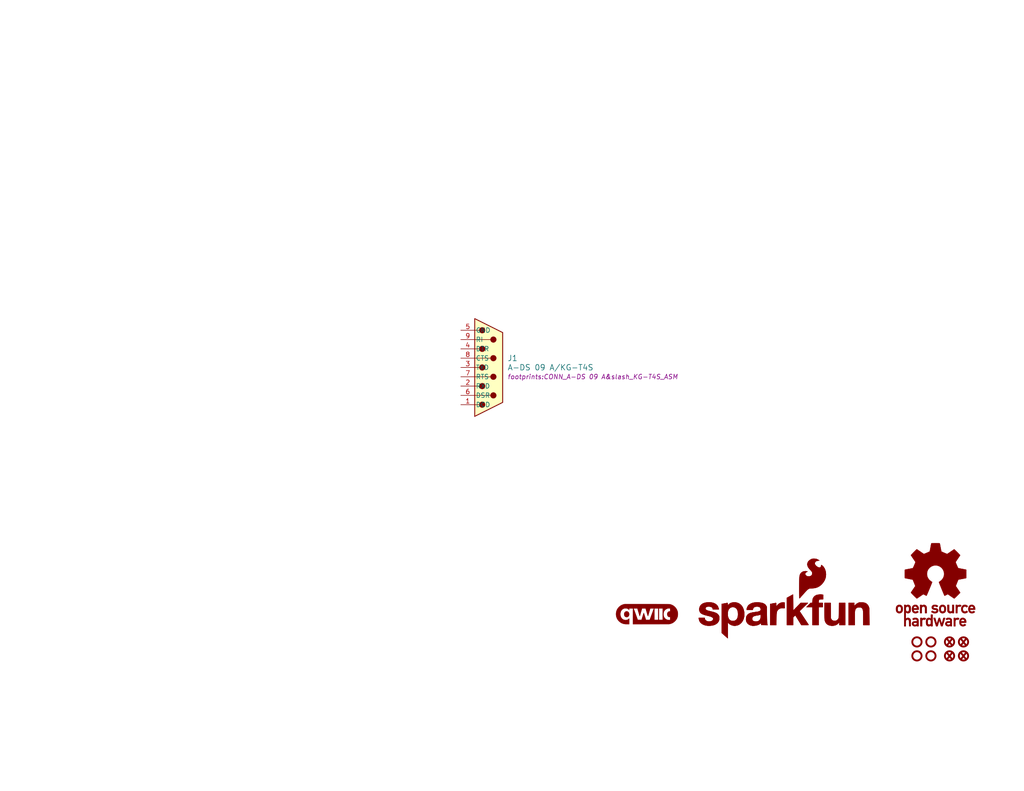
<source format=kicad_sch>
(kicad_sch (version 20250114) (generator "eeschema") (generator_version "9.0")
  (paper "USLetter")
  (title_block (title "SparkFun DB9 Breakout") (rev "v10") (company "SparkFun Electronics") (comment 1 "Designed by: Elias Santistevan"))
  (lib_symbols
    (symbol "2025-03-10_17-10-03:A-DS_09_A_KG-T4S" (pin_names (offset 0.254))
      (property "Reference" "J" (at -0.508 14.732 0))
      (property "Value" "A-DS 09 A/KG-T4S" (at -0.762 -15.748 0))
      (property "Footprint" "footprints:CONN_A-DS 09 A&slash_KG-T4S_ASM" (at -1.016 -18.034 0))
      (symbol "A-DS_09_A_KG-T4S_1_1"
        (pin power_out line (at -7.62 10.16 0) (length 3.81) (name "GND") (number "5"))
        (pin passive line (at -7.62 7.62 0) (length 3.81) (name "RI") (number "9"))
        (pin passive line (at -7.62 5.08 0) (length 3.81) (name "DTR") (number "4"))
        (pin passive line (at -7.62 2.54 0) (length 3.81) (name "CTS") (number "8"))
        (pin passive line (at -7.62 0 0) (length 3.81) (name "TXD") (number "3"))
        (pin passive line (at -7.62 -2.54 0) (length 3.81) (name "RTS") (number "7"))
        (pin passive line (at -7.62 -5.08 0) (length 3.81) (name "RXD") (number "2"))
        (pin passive line (at -7.62 -7.62 0) (length 3.81) (name "DSR") (number "6"))
        (pin passive line (at -7.62 -10.16 0) (length 3.81) (name "DCD") (number "1"))
      )
      (symbol "A-DS_09_A_KG-T4S_1_2"
        (pin unspecified line (at 0 0 0) (length 5.08) (name "1") (number "1"))
        (pin unspecified line (at 0 -2.54 0) (length 5.08) (name "2") (number "2"))
        (pin unspecified line (at 0 -5.08 0) (length 5.08) (name "3") (number "3"))
        (pin unspecified line (at 0 -7.62 0) (length 5.08) (name "4") (number "4"))
        (pin unspecified line (at 0 -10.16 0) (length 5.08) (name "5") (number "5"))
        (pin unspecified line (at 0 -12.7 0) (length 5.08) (name "6") (number "6"))
        (pin unspecified line (at 0 -15.24 0) (length 5.08) (name "7") (number "7"))
        (pin unspecified line (at 0 -17.78 0) (length 5.08) (name "8") (number "8"))
        (pin unspecified line (at 0 -20.32 0) (length 5.08) (name "9") (number "9"))
      )
    )
    (symbol "SparkFun-Aesthetic:Fiducial_0.5mm"
      (symbol "Fiducial_0.5mm_1_1"
        (text "x" (at 0 0.254 0) (effects (font (size 2.5 2.5) (bold yes))))
      )
    )
    (symbol "SparkFun-Aesthetic:OSHW_Logo" (pin_names (offset 1.016)) (in_bom no))
    (symbol "SparkFun-Aesthetic:SparkFun_Logo" (pin_names (offset 1.016)) (on_board no))
    (symbol "SparkFun-Aesthetic:qwiic_Logo" (pin_names (offset 1.016)) (on_board no))
    (symbol "SparkFun-Hardware:Standoff")
  )
  (symbol (lib_id "SparkFun-Hardware:Standoff") (at 250.19 179.07 0) (unit 1)
    (property "Reference" "ST2" (effects (hide yes)))
    (property "Value" "Stand_off" (effects (hide yes)))
    (property "Footprint" "SparkFun-Hardware:Standoff" (effects (hide yes)))
    (property "Description" "Drill holes for mechanically mounting via screws, standoffs, etc." (effects (hide yes)))
  )
  (symbol (lib_id "SparkFun-Aesthetic:SparkFun_Logo") (at 213.36 167.64 0) (unit 1) (on_board no)
    (property "Reference" "G1" (effects (hide yes)))
    (property "Value" "SparkFun_Logo" (effects (hide yes)))
    (property "Footprint" "SparkFun-Aesthetic:SparkFun_Logo_8mm" (effects (hide yes)))
  )
  (symbol (lib_id "SparkFun-Hardware:Standoff") (at 254 179.07 0) (unit 1)
    (property "Reference" "ST4" (effects (hide yes)))
    (property "Value" "Stand_off" (effects (hide yes)))
    (property "Footprint" "SparkFun-Hardware:Standoff" (effects (hide yes)))
    (property "Description" "Drill holes for mechanically mounting via screws, standoffs, etc." (effects (hide yes)))
  )
  (symbol (lib_id "SparkFun-Aesthetic:qwiic_Logo") (at 176.53 167.64 0) (unit 1) (on_board no)
    (property "Reference" "G4" (effects (hide yes)))
    (property "Value" "qwiic_Logo" (effects (hide yes)))
  )
  (symbol (lib_id "SparkFun-Hardware:Standoff") (at 250.19 175.26 0) (unit 1)
    (property "Reference" "ST1" (effects (hide yes)))
    (property "Value" "Stand_off" (effects (hide yes)))
    (property "Footprint" "SparkFun-Hardware:Standoff" (effects (hide yes)))
    (property "Description" "Drill holes for mechanically mounting via screws, standoffs, etc." (effects (hide yes)))
  )
  (symbol (lib_id "SparkFun-Aesthetic:Fiducial_0.5mm") (at 262.89 179.07 0) (unit 1)
    (property "Reference" "FID4" (effects (hide yes)))
    (property "Value" "Fiducial_0.5mm" (effects (hide yes)))
    (property "Footprint" "SparkFun-Aesthetic:Fiducial_0.5mm_Mask1mm" (effects (hide yes)))
    (property "Description" "Fiducial Marker" (effects (hide yes)))
  )
  (symbol (lib_id "SparkFun-Hardware:Standoff") (at 254 175.26 0) (unit 1)
    (property "Reference" "ST3" (effects (hide yes)))
    (property "Value" "Stand_off" (effects (hide yes)))
    (property "Footprint" "SparkFun-Hardware:Standoff" (effects (hide yes)))
    (property "Description" "Drill holes for mechanically mounting via screws, standoffs, etc." (effects (hide yes)))
  )
  (symbol (lib_id "SparkFun-Aesthetic:Fiducial_0.5mm") (at 259.08 179.07 0) (unit 1)
    (property "Reference" "FID2" (effects (hide yes)))
    (property "Value" "Fiducial_0.5mm" (effects (hide yes)))
    (property "Footprint" "SparkFun-Aesthetic:Fiducial_0.5mm_Mask1mm" (effects (hide yes)))
    (property "Description" "Fiducial Marker" (effects (hide yes)))
  )
  (symbol (lib_id "SparkFun-Aesthetic:OSHW_Logo") (at 255.27 163.83 0) (unit 1) (in_bom no)
    (property "Reference" "G3" (effects (hide yes)))
    (property "Value" "OSHW_Logo" (effects (hide yes)))
    (property "Footprint" "SparkFun-Aesthetic:Creative_Commons_License" (effects (hide yes)))
  )
  (symbol (lib_id "SparkFun-Aesthetic:Fiducial_0.5mm") (at 259.08 175.26 0) (unit 1)
    (property "Reference" "FID1" (effects (hide yes)))
    (property "Value" "Fiducial_0.5mm" (effects (hide yes)))
    (property "Footprint" "SparkFun-Aesthetic:Fiducial_0.5mm_Mask1mm" (effects (hide yes)))
    (property "Description" "Fiducial Marker" (effects (hide yes)))
  )
  (symbol (lib_id "SparkFun-Aesthetic:SparkFun_Logo") (at 213.36 167.64 0) (unit 1) (on_board no)
    (property "Reference" "G2" (effects (hide yes)))
    (property "Value" "SparkFun_Logo" (effects (hide yes)))
  )
  (symbol (lib_id "SparkFun-Aesthetic:Fiducial_0.5mm") (at 262.89 175.26 0) (unit 1)
    (property "Reference" "FID3" (effects (hide yes)))
    (property "Value" "Fiducial_0.5mm" (effects (hide yes)))
    (property "Footprint" "SparkFun-Aesthetic:Fiducial_0.5mm_Mask1mm" (effects (hide yes)))
    (property "Description" "Fiducial Marker" (effects (hide yes)))
  )
  (symbol (lib_id "2025-03-10_17-10-03:A-DS_09_A_KG-T4S") (at 133.35 100.33 0) (unit 1)
    (property "Reference" "J1" (at 138.43 97.7899 0) (effects (font (size 1.524 1.524)) (justify left)))
    (property "Value" "A-DS 09 A/KG-T4S" (at 138.43 100.3299 0) (effects (font (size 1.524 1.524)) (justify left)))
    (property "Footprint" "footprints:CONN_A-DS 09 A&slash_KG-T4S_ASM" (at 138.43 102.8699 0) (effects (font (italic yes)) (justify left)))
    (property "Datasheet" "A-DS 09 A/KG-T4S" (effects (hide yes)))
  )
)
</source>
